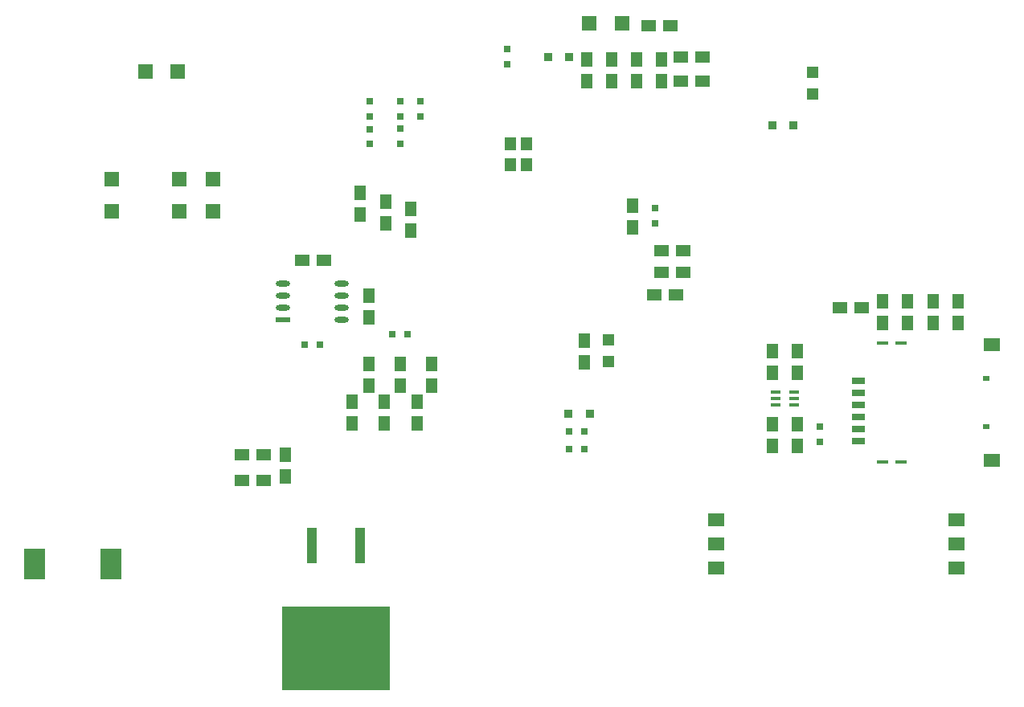
<source format=gbp>
G04 Layer_Color=128*
%FSLAX44Y44*%
%MOMM*%
G71*
G01*
G75*
%ADD19R,0.7620X0.7620*%
%ADD29R,0.8300X0.8300*%
%ADD31R,1.5240X1.5240*%
%ADD38R,1.5240X1.5240*%
%ADD44R,1.2700X1.5240*%
%ADD45R,1.5240X1.2700*%
%ADD46R,1.2700X1.2000*%
%ADD75R,0.7620X0.7620*%
%ADD76R,1.2000X1.4000*%
%ADD77R,1.8000X1.4000*%
%ADD78O,1.5000X0.6000*%
%ADD79R,1.5000X0.6000*%
%ADD80R,1.0000X0.4000*%
%ADD81R,11.4300X8.8900*%
%ADD82R,1.0500X3.8100*%
%ADD83R,2.2000X3.2000*%
%ADD84R,1.4000X0.6500*%
%ADD85R,1.3000X0.4500*%
%ADD86R,1.7000X1.4000*%
%ADD87R,0.8000X0.5400*%
D19*
X455930Y627000D02*
D03*
Y643000D02*
D03*
X477520Y627000D02*
D03*
Y643000D02*
D03*
X455930Y597790D02*
D03*
Y613790D02*
D03*
X424180Y597410D02*
D03*
Y613410D02*
D03*
Y642620D02*
D03*
Y626620D02*
D03*
X724540Y513970D02*
D03*
Y529970D02*
D03*
X568960Y681610D02*
D03*
Y697610D02*
D03*
X897890Y283465D02*
D03*
Y299465D02*
D03*
D29*
X848030Y617220D02*
D03*
X870280D02*
D03*
X634060Y688975D02*
D03*
X611810D02*
D03*
X633400Y313690D02*
D03*
X655650D02*
D03*
D31*
X187325Y673735D02*
D03*
X221615D02*
D03*
X689610Y724535D02*
D03*
X655320D02*
D03*
D38*
X152400Y526415D02*
D03*
Y560705D02*
D03*
X222880Y560710D02*
D03*
Y526420D02*
D03*
X258450Y560710D02*
D03*
Y526420D02*
D03*
D44*
X405130Y326390D02*
D03*
Y303530D02*
D03*
X422910Y365760D02*
D03*
Y342900D02*
D03*
X439420Y326390D02*
D03*
Y303530D02*
D03*
X455930Y365760D02*
D03*
Y342900D02*
D03*
X473710Y326390D02*
D03*
Y303530D02*
D03*
X678820Y686440D02*
D03*
Y663580D02*
D03*
X704850Y686440D02*
D03*
Y663580D02*
D03*
X730880D02*
D03*
Y686440D02*
D03*
X652780D02*
D03*
Y663580D02*
D03*
X701040Y509900D02*
D03*
Y532760D02*
D03*
X488950Y365760D02*
D03*
Y342900D02*
D03*
X414020Y523240D02*
D03*
Y546100D02*
D03*
X440690Y537210D02*
D03*
Y514350D02*
D03*
X467360Y529590D02*
D03*
Y506730D02*
D03*
X847725Y356235D02*
D03*
Y379095D02*
D03*
X1043940Y408940D02*
D03*
Y431800D02*
D03*
X1017270Y408940D02*
D03*
Y431800D02*
D03*
X990600Y408940D02*
D03*
Y431800D02*
D03*
X963930Y408940D02*
D03*
Y431800D02*
D03*
X874395Y302260D02*
D03*
Y279400D02*
D03*
X847725Y302260D02*
D03*
Y279400D02*
D03*
X874395Y356235D02*
D03*
Y379095D02*
D03*
X335280Y269875D02*
D03*
Y247015D02*
D03*
X422910Y438150D02*
D03*
Y415290D02*
D03*
X650240Y367665D02*
D03*
Y390525D02*
D03*
D45*
X751840Y663580D02*
D03*
X774700D02*
D03*
Y689610D02*
D03*
X751840D02*
D03*
X311780Y269880D02*
D03*
X288920D02*
D03*
X753740Y485140D02*
D03*
X730880D02*
D03*
X730885Y462280D02*
D03*
X753745D02*
D03*
X717550Y721995D02*
D03*
X740410D02*
D03*
X746120Y438790D02*
D03*
X723260D02*
D03*
X288925Y243205D02*
D03*
X311785D02*
D03*
X375920Y474980D02*
D03*
X353060D02*
D03*
X919480Y424810D02*
D03*
X942340D02*
D03*
D46*
X890270Y650240D02*
D03*
Y673100D02*
D03*
X675640Y368300D02*
D03*
Y391160D02*
D03*
D75*
X649980Y294640D02*
D03*
X633980D02*
D03*
X463930Y397510D02*
D03*
X447930D02*
D03*
X633985Y276225D02*
D03*
X649985D02*
D03*
X371220Y386080D02*
D03*
X355220D02*
D03*
D76*
X571645Y575535D02*
D03*
Y597535D02*
D03*
X588645Y575535D02*
D03*
Y597535D02*
D03*
D77*
X789035Y201930D02*
D03*
Y176530D02*
D03*
Y151130D02*
D03*
X1042035D02*
D03*
Y176530D02*
D03*
Y201930D02*
D03*
D78*
X394220Y450850D02*
D03*
Y438150D02*
D03*
Y425450D02*
D03*
Y412750D02*
D03*
X332220Y450850D02*
D03*
Y438150D02*
D03*
Y425450D02*
D03*
D79*
Y412750D02*
D03*
D80*
X871060Y323065D02*
D03*
Y329565D02*
D03*
Y336065D02*
D03*
X851060D02*
D03*
Y329565D02*
D03*
Y323065D02*
D03*
D81*
X388620Y66520D02*
D03*
D82*
X414020Y174310D02*
D03*
X363220D02*
D03*
D83*
X71125Y154940D02*
D03*
X151125D02*
D03*
D84*
X939000Y322970D02*
D03*
Y335670D02*
D03*
Y348370D02*
D03*
Y310270D02*
D03*
Y297570D02*
D03*
Y284870D02*
D03*
D85*
X963700Y387820D02*
D03*
X983700D02*
D03*
X963700Y262420D02*
D03*
X983700D02*
D03*
D86*
X1079300Y386220D02*
D03*
Y264020D02*
D03*
D87*
X1073500Y350520D02*
D03*
Y299720D02*
D03*
M02*

</source>
